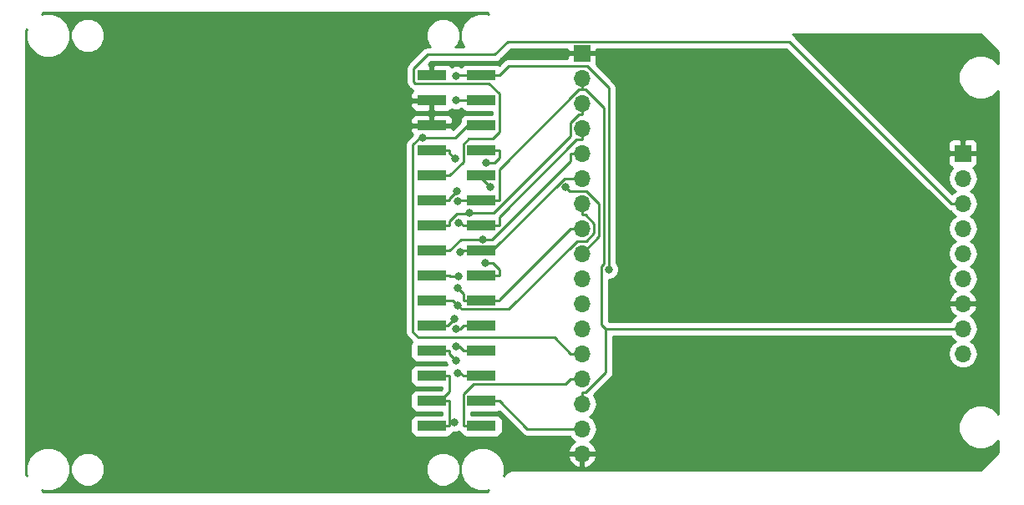
<source format=gbr>
G04 #@! TF.GenerationSoftware,KiCad,Pcbnew,5.0.0-rc3-6a2723a~65~ubuntu17.10.1*
G04 #@! TF.CreationDate,2018-07-07T11:57:14+09:00*
G04 #@! TF.ProjectId,M5StackSideBB,4D35537461636B5369646542422E6B69,rev?*
G04 #@! TF.SameCoordinates,Original*
G04 #@! TF.FileFunction,Copper,L2,Bot,Signal*
G04 #@! TF.FilePolarity,Positive*
%FSLAX46Y46*%
G04 Gerber Fmt 4.6, Leading zero omitted, Abs format (unit mm)*
G04 Created by KiCad (PCBNEW 5.0.0-rc3-6a2723a~65~ubuntu17.10.1) date Sat Jul  7 11:57:14 2018*
%MOMM*%
%LPD*%
G01*
G04 APERTURE LIST*
G04 #@! TA.AperFunction,SMDPad,CuDef*
%ADD10R,3.000000X1.000000*%
G04 #@! TD*
G04 #@! TA.AperFunction,ComponentPad*
%ADD11R,1.700000X1.700000*%
G04 #@! TD*
G04 #@! TA.AperFunction,ComponentPad*
%ADD12O,1.700000X1.700000*%
G04 #@! TD*
G04 #@! TA.AperFunction,ViaPad*
%ADD13C,0.800000*%
G04 #@! TD*
G04 #@! TA.AperFunction,Conductor*
%ADD14C,0.250000*%
G04 #@! TD*
G04 #@! TA.AperFunction,Conductor*
%ADD15C,0.254000*%
G04 #@! TD*
G04 APERTURE END LIST*
D10*
G04 #@! TO.P,J3,1*
G04 #@! TO.N,GND*
X141854000Y-57048400D03*
G04 #@! TO.P,J3,2*
G04 #@! TO.N,G35*
X146894000Y-57048400D03*
G04 #@! TO.P,J3,3*
G04 #@! TO.N,GND*
X141854000Y-59588400D03*
G04 #@! TO.P,J3,4*
G04 #@! TO.N,G36*
X146894000Y-59588400D03*
G04 #@! TO.P,J3,5*
G04 #@! TO.N,GND*
X141854000Y-62128400D03*
G04 #@! TO.P,J3,6*
G04 #@! TO.N,RST*
X146894000Y-62128400D03*
G04 #@! TO.P,J3,7*
G04 #@! TO.N,G23*
X141854000Y-64668400D03*
G04 #@! TO.P,J3,8*
G04 #@! TO.N,G25*
X146894000Y-64668400D03*
G04 #@! TO.P,J3,9*
G04 #@! TO.N,G19*
X141854000Y-67208400D03*
G04 #@! TO.P,J3,10*
G04 #@! TO.N,G26*
X146894000Y-67208400D03*
G04 #@! TO.P,J3,11*
G04 #@! TO.N,G18*
X141854000Y-69748400D03*
G04 #@! TO.P,J3,12*
G04 #@! TO.N,+3V3*
X146894000Y-69748400D03*
G04 #@! TO.P,J3,13*
G04 #@! TO.N,G3*
X141854000Y-72288400D03*
G04 #@! TO.P,J3,14*
G04 #@! TO.N,G1*
X146894000Y-72288400D03*
G04 #@! TO.P,J3,15*
G04 #@! TO.N,G16*
X141854000Y-74828400D03*
G04 #@! TO.P,J3,16*
G04 #@! TO.N,G17*
X146894000Y-74828400D03*
G04 #@! TO.P,J3,17*
G04 #@! TO.N,G21*
X141854000Y-77368400D03*
G04 #@! TO.P,J3,18*
G04 #@! TO.N,G22*
X146894000Y-77368400D03*
G04 #@! TO.P,J3,19*
G04 #@! TO.N,G2*
X141854000Y-79908400D03*
G04 #@! TO.P,J3,20*
G04 #@! TO.N,G5*
X146894000Y-79908400D03*
G04 #@! TO.P,J3,21*
G04 #@! TO.N,G12*
X141854000Y-82448400D03*
G04 #@! TO.P,J3,22*
G04 #@! TO.N,G13*
X146894000Y-82448400D03*
G04 #@! TO.P,J3,23*
G04 #@! TO.N,G15*
X141854000Y-84988400D03*
G04 #@! TO.P,J3,24*
G04 #@! TO.N,G0*
X146894000Y-84988400D03*
G04 #@! TO.P,J3,25*
G04 #@! TO.N,HPWR*
X141854000Y-87528400D03*
G04 #@! TO.P,J3,26*
G04 #@! TO.N,G34*
X146894000Y-87528400D03*
G04 #@! TO.P,J3,27*
G04 #@! TO.N,HPWR*
X141854000Y-90068400D03*
G04 #@! TO.P,J3,28*
G04 #@! TO.N,+5V*
X146894000Y-90068400D03*
G04 #@! TO.P,J3,29*
G04 #@! TO.N,HPWR*
X141854000Y-92608400D03*
G04 #@! TO.P,J3,30*
G04 #@! TO.N,+BATT*
X146894000Y-92608400D03*
G04 #@! TD*
D11*
G04 #@! TO.P,J1,1*
G04 #@! TO.N,GND*
X157120000Y-54800000D03*
D12*
G04 #@! TO.P,J1,2*
G04 #@! TO.N,+3V3*
X157120000Y-57340000D03*
G04 #@! TO.P,J1,3*
G04 #@! TO.N,G3*
X157120000Y-59880000D03*
G04 #@! TO.P,J1,4*
G04 #@! TO.N,G1*
X157120000Y-62420000D03*
G04 #@! TO.P,J1,5*
G04 #@! TO.N,G16*
X157120000Y-64960000D03*
G04 #@! TO.P,J1,6*
G04 #@! TO.N,G17*
X157120000Y-67500000D03*
G04 #@! TO.P,J1,7*
G04 #@! TO.N,G2*
X157120000Y-70040000D03*
G04 #@! TO.P,J1,8*
G04 #@! TO.N,G5*
X157120000Y-72580000D03*
G04 #@! TO.P,J1,9*
G04 #@! TO.N,G25*
X157120000Y-75120000D03*
G04 #@! TO.P,J1,10*
G04 #@! TO.N,G26*
X157120000Y-77660000D03*
G04 #@! TO.P,J1,11*
G04 #@! TO.N,G35*
X157120000Y-80200000D03*
G04 #@! TO.P,J1,12*
G04 #@! TO.N,G36*
X157120000Y-82740000D03*
G04 #@! TO.P,J1,13*
G04 #@! TO.N,RST*
X157120000Y-85280000D03*
G04 #@! TO.P,J1,14*
G04 #@! TO.N,+BATT*
X157120000Y-87820000D03*
G04 #@! TO.P,J1,15*
G04 #@! TO.N,+3V3*
X157120000Y-90360000D03*
G04 #@! TO.P,J1,16*
G04 #@! TO.N,+5V*
X157120000Y-92900000D03*
G04 #@! TO.P,J1,17*
G04 #@! TO.N,GND*
X157120000Y-95440000D03*
G04 #@! TD*
D11*
G04 #@! TO.P,J2,1*
G04 #@! TO.N,GND*
X195720000Y-64960000D03*
D12*
G04 #@! TO.P,J2,2*
G04 #@! TO.N,G18*
X195720000Y-67500000D03*
G04 #@! TO.P,J2,3*
G04 #@! TO.N,G19*
X195720000Y-70040000D03*
G04 #@! TO.P,J2,4*
G04 #@! TO.N,G23*
X195720000Y-72580000D03*
G04 #@! TO.P,J2,5*
G04 #@! TO.N,G22*
X195720000Y-75120000D03*
G04 #@! TO.P,J2,6*
G04 #@! TO.N,G21*
X195720000Y-77660000D03*
G04 #@! TO.P,J2,7*
G04 #@! TO.N,GND*
X195720000Y-80200000D03*
G04 #@! TO.P,J2,8*
G04 #@! TO.N,+3V3*
X195720000Y-82740000D03*
G04 #@! TO.P,J2,9*
G04 #@! TO.N,+5V*
X195720000Y-85280000D03*
G04 #@! TD*
D13*
G04 #@! TO.N,G23*
X144219900Y-65494800D03*
G04 #@! TO.N,G18*
X144453300Y-68828700D03*
G04 #@! TO.N,G3*
X145670300Y-71018400D03*
G04 #@! TO.N,G16*
X147048500Y-73698600D03*
G04 #@! TO.N,G21*
X144571700Y-77465900D03*
G04 #@! TO.N,G2*
X144526700Y-80403100D03*
G04 #@! TO.N,G12*
X144183900Y-81718300D03*
G04 #@! TO.N,G15*
X144372400Y-85978300D03*
G04 #@! TO.N,HPWR*
X144183900Y-92242600D03*
G04 #@! TO.N,G34*
X144536700Y-87243300D03*
G04 #@! TO.N,G0*
X144374000Y-84571000D03*
G04 #@! TO.N,G13*
X144325000Y-82732200D03*
G04 #@! TO.N,G5*
X144510000Y-78636000D03*
G04 #@! TO.N,G22*
X147301600Y-76098400D03*
G04 #@! TO.N,G17*
X144720700Y-74986900D03*
G04 #@! TO.N,G1*
X144564200Y-72012500D03*
G04 #@! TO.N,G26*
X147780900Y-68362300D03*
G04 #@! TO.N,G25*
X147370600Y-65899400D03*
X155468000Y-68388000D03*
G04 #@! TO.N,RST*
X140956900Y-63398400D03*
G04 #@! TO.N,G36*
X144374000Y-59553200D03*
G04 #@! TO.N,G35*
X159811000Y-76730000D03*
X144374000Y-57085400D03*
G04 #@! TO.N,+3V3*
X144536700Y-69845900D03*
G04 #@! TD*
D14*
G04 #@! TO.N,G23*
X141854000Y-64668400D02*
X143679300Y-64668400D01*
X144219900Y-65494800D02*
X143679300Y-64954200D01*
X143679300Y-64954200D02*
X143679300Y-64668400D01*
G04 #@! TO.N,G19*
X141854000Y-67208400D02*
X143679300Y-67208400D01*
X195720000Y-70040000D02*
X194544700Y-70040000D01*
X194544700Y-70040000D02*
X178127500Y-53622800D01*
X178127500Y-53622800D02*
X149571400Y-53622800D01*
X149571400Y-53622800D02*
X148268800Y-54925400D01*
X148268800Y-54925400D02*
X141475200Y-54925400D01*
X141475200Y-54925400D02*
X140028600Y-56372000D01*
X140028600Y-56372000D02*
X140028600Y-57686100D01*
X140028600Y-57686100D02*
X140216300Y-57873800D01*
X140216300Y-57873800D02*
X147657500Y-57873800D01*
X147657500Y-57873800D02*
X148719400Y-58935700D01*
X148719400Y-58935700D02*
X148719400Y-62767500D01*
X148719400Y-62767500D02*
X148026900Y-63460000D01*
X148026900Y-63460000D02*
X145639800Y-63460000D01*
X145639800Y-63460000D02*
X145068600Y-64031200D01*
X145068600Y-64031200D02*
X145068600Y-65819100D01*
X145068600Y-65819100D02*
X143679300Y-67208400D01*
G04 #@! TO.N,G18*
X141854000Y-69748400D02*
X143679300Y-69748400D01*
X144453300Y-68828700D02*
X143679300Y-69602700D01*
X143679300Y-69602700D02*
X143679300Y-69748400D01*
G04 #@! TO.N,G3*
X143679300Y-72288400D02*
X143679300Y-71857900D01*
X143679300Y-71857900D02*
X144456000Y-71081200D01*
X144456000Y-71081200D02*
X145607500Y-71081200D01*
X145607500Y-71081200D02*
X145670300Y-71018400D01*
X157120000Y-59880000D02*
X157120000Y-61055300D01*
X145670300Y-71018400D02*
X148152400Y-71018400D01*
X148152400Y-71018400D02*
X155944700Y-63226100D01*
X155944700Y-63226100D02*
X155944700Y-61863200D01*
X155944700Y-61863200D02*
X156752600Y-61055300D01*
X156752600Y-61055300D02*
X157120000Y-61055300D01*
X141854000Y-72288400D02*
X143679300Y-72288400D01*
G04 #@! TO.N,G16*
X155944700Y-64960000D02*
X155944700Y-65768000D01*
X155944700Y-65768000D02*
X148014100Y-73698600D01*
X148014100Y-73698600D02*
X147048500Y-73698600D01*
X147048500Y-73698600D02*
X144809100Y-73698600D01*
X144809100Y-73698600D02*
X143679300Y-74828400D01*
X141854000Y-74828400D02*
X143679300Y-74828400D01*
X157120000Y-64960000D02*
X155944700Y-64960000D01*
G04 #@! TO.N,G21*
X141854000Y-77368400D02*
X143679300Y-77368400D01*
X144571700Y-77465900D02*
X143776800Y-77465900D01*
X143776800Y-77465900D02*
X143679300Y-77368400D01*
G04 #@! TO.N,G2*
X157120000Y-70040000D02*
X157120000Y-71215300D01*
X157120000Y-71215300D02*
X157487300Y-71215300D01*
X157487300Y-71215300D02*
X158344400Y-72072400D01*
X158344400Y-72072400D02*
X158344400Y-73033700D01*
X158344400Y-73033700D02*
X157528100Y-73850000D01*
X157528100Y-73850000D02*
X156634300Y-73850000D01*
X156634300Y-73850000D02*
X149707600Y-80776700D01*
X149707600Y-80776700D02*
X144900300Y-80776700D01*
X144900300Y-80776700D02*
X144526700Y-80403100D01*
X144526700Y-80403100D02*
X144032000Y-79908400D01*
X144032000Y-79908400D02*
X141854000Y-79908400D01*
G04 #@! TO.N,G12*
X141854000Y-82448400D02*
X143453800Y-82448400D01*
X143453800Y-82448400D02*
X144183900Y-81718300D01*
G04 #@! TO.N,G15*
X141854000Y-84988400D02*
X143679300Y-84988400D01*
X143679300Y-84988400D02*
X143679300Y-85285200D01*
X143679300Y-85285200D02*
X144372400Y-85978300D01*
G04 #@! TO.N,HPWR*
X143679300Y-92242600D02*
X143679300Y-90068400D01*
X143679300Y-92608400D02*
X143679300Y-92242600D01*
X143679300Y-92242600D02*
X144183900Y-92242600D01*
X142766700Y-90068400D02*
X143679300Y-90068400D01*
X141854000Y-92608400D02*
X143679300Y-92608400D01*
X141854000Y-87528400D02*
X143679300Y-87528400D01*
X142766700Y-90068400D02*
X143679300Y-89155800D01*
X143679300Y-89155800D02*
X143679300Y-87528400D01*
X141854000Y-90068400D02*
X142766700Y-90068400D01*
G04 #@! TO.N,+BATT*
X146894000Y-92608400D02*
X145068700Y-92608400D01*
X157120000Y-87820000D02*
X155944700Y-87820000D01*
X155944700Y-87820000D02*
X155410900Y-88353800D01*
X155410900Y-88353800D02*
X146100400Y-88353800D01*
X146100400Y-88353800D02*
X145068700Y-89385500D01*
X145068700Y-89385500D02*
X145068700Y-92608400D01*
G04 #@! TO.N,+5V*
X146894000Y-90068400D02*
X148719300Y-90068400D01*
X157120000Y-92900000D02*
X151550900Y-92900000D01*
X151550900Y-92900000D02*
X148719300Y-90068400D01*
G04 #@! TO.N,G34*
X146894000Y-87528400D02*
X145068700Y-87528400D01*
X145068700Y-87528400D02*
X144783600Y-87243300D01*
X144783600Y-87243300D02*
X144536700Y-87243300D01*
G04 #@! TO.N,G0*
X146894000Y-84988400D02*
X145068700Y-84988400D01*
X145068700Y-84988400D02*
X144651300Y-84571000D01*
X144651300Y-84571000D02*
X144374000Y-84571000D01*
G04 #@! TO.N,G13*
X146894000Y-82448400D02*
X145068700Y-82448400D01*
X145068700Y-82448400D02*
X144784900Y-82732200D01*
X144784900Y-82732200D02*
X144325000Y-82732200D01*
G04 #@! TO.N,G5*
X146894000Y-79908400D02*
X148719300Y-79908400D01*
X157120000Y-72580000D02*
X155944700Y-72580000D01*
X155944700Y-72580000D02*
X148719300Y-79805400D01*
X148719300Y-79805400D02*
X148719300Y-79908400D01*
X146894000Y-79908400D02*
X145068700Y-79908400D01*
X145068700Y-79908400D02*
X145068700Y-79194700D01*
X145068700Y-79194700D02*
X144510000Y-78636000D01*
G04 #@! TO.N,G22*
X146894000Y-77368400D02*
X148719300Y-77368400D01*
X148719300Y-77368400D02*
X148719300Y-76733300D01*
X148719300Y-76733300D02*
X148084400Y-76098400D01*
X148084400Y-76098400D02*
X147301600Y-76098400D01*
G04 #@! TO.N,G17*
X146894000Y-74828400D02*
X144879200Y-74828400D01*
X144879200Y-74828400D02*
X144720700Y-74986900D01*
X147035200Y-74828400D02*
X146894000Y-74828400D01*
X147176300Y-74828400D02*
X148001900Y-74828400D01*
X148001900Y-74828400D02*
X155330300Y-67500000D01*
X155330300Y-67500000D02*
X155944700Y-67500000D01*
X147035200Y-74828400D02*
X147176300Y-74828400D01*
X157120000Y-67500000D02*
X155944700Y-67500000D01*
G04 #@! TO.N,G1*
X157120000Y-62420000D02*
X157120000Y-63595300D01*
X146894000Y-72288400D02*
X148719300Y-72288400D01*
X148719300Y-72288400D02*
X148719300Y-71445600D01*
X148719300Y-71445600D02*
X156569600Y-63595300D01*
X156569600Y-63595300D02*
X157120000Y-63595300D01*
X146532200Y-72288400D02*
X146894000Y-72288400D01*
X146532200Y-72288400D02*
X145068700Y-72288400D01*
X144564200Y-72012500D02*
X144792800Y-72012500D01*
X144792800Y-72012500D02*
X145068700Y-72288400D01*
G04 #@! TO.N,G26*
X147780900Y-68362300D02*
X146894000Y-67475400D01*
X146894000Y-67475400D02*
X146894000Y-67208400D01*
G04 #@! TO.N,G25*
X146894000Y-64668400D02*
X148719300Y-64668400D01*
X147370600Y-65899400D02*
X148210500Y-65899400D01*
X148210500Y-65899400D02*
X148719300Y-65390600D01*
X148719300Y-65390600D02*
X148719300Y-64668400D01*
X155468000Y-68388000D02*
X155850000Y-68770000D01*
X155850000Y-68770000D02*
X157513900Y-68770000D01*
X157513900Y-68770000D02*
X158845100Y-70101200D01*
X158845100Y-70101200D02*
X158845100Y-73394900D01*
X158845100Y-73394900D02*
X157120000Y-75120000D01*
G04 #@! TO.N,RST*
X145487400Y-62128400D02*
X144217400Y-63398400D01*
X144217400Y-63398400D02*
X140956900Y-63398400D01*
X140956900Y-63398400D02*
X140659600Y-63398400D01*
X140659600Y-63398400D02*
X139971000Y-64087000D01*
X139971000Y-64087000D02*
X139971000Y-83085400D01*
X139971000Y-83085400D02*
X140539200Y-83653600D01*
X140539200Y-83653600D02*
X154318300Y-83653600D01*
X154318300Y-83653600D02*
X155944700Y-85280000D01*
X157120000Y-85280000D02*
X155944700Y-85280000D01*
X146894000Y-62128400D02*
X145487400Y-62128400D01*
G04 #@! TO.N,G36*
X146894000Y-59588400D02*
X145068700Y-59588400D01*
X144374000Y-59553200D02*
X145033500Y-59553200D01*
X145033500Y-59553200D02*
X145068700Y-59588400D01*
G04 #@! TO.N,G35*
X146894000Y-57048400D02*
X148719300Y-57048400D01*
X159811000Y-76730000D02*
X159811000Y-58326800D01*
X159811000Y-58326800D02*
X157593700Y-56109500D01*
X157593700Y-56109500D02*
X149658200Y-56109500D01*
X149658200Y-56109500D02*
X148719300Y-57048400D01*
X144374000Y-57085400D02*
X144411000Y-57048400D01*
X144411000Y-57048400D02*
X146894000Y-57048400D01*
G04 #@! TO.N,+3V3*
X146894000Y-69748400D02*
X148719300Y-69748400D01*
X157120000Y-58504800D02*
X156790800Y-58504800D01*
X156790800Y-58504800D02*
X148719300Y-66576300D01*
X148719300Y-66576300D02*
X148719300Y-69748400D01*
X159504500Y-82740000D02*
X159085700Y-82321200D01*
X159085700Y-82321200D02*
X159085700Y-76429600D01*
X159085700Y-76429600D02*
X159347400Y-76167900D01*
X159347400Y-76167900D02*
X159347400Y-60375400D01*
X159347400Y-60375400D02*
X157476800Y-58504800D01*
X157476800Y-58504800D02*
X157120000Y-58504800D01*
X157120000Y-57340000D02*
X157120000Y-58504800D01*
X146894000Y-69748400D02*
X144634200Y-69748400D01*
X144634200Y-69748400D02*
X144536700Y-69845900D01*
X159504500Y-82740000D02*
X195720000Y-82740000D01*
X157120000Y-89184700D02*
X157487300Y-89184700D01*
X157487300Y-89184700D02*
X159504500Y-87167500D01*
X159504500Y-87167500D02*
X159504500Y-82740000D01*
X157120000Y-90360000D02*
X157120000Y-89184700D01*
G04 #@! TD*
D15*
G04 #@! TO.N,GND*
G36*
X147643175Y-50847265D02*
X147444569Y-50765000D01*
X146555431Y-50765000D01*
X145733974Y-51105259D01*
X145105259Y-51733974D01*
X144765000Y-52555431D01*
X144765000Y-53444569D01*
X145063578Y-54165400D01*
X144288261Y-54165400D01*
X144470862Y-53982799D01*
X144735000Y-53345113D01*
X144735000Y-52654887D01*
X144470862Y-52017201D01*
X143982799Y-51529138D01*
X143345113Y-51265000D01*
X142654887Y-51265000D01*
X142017201Y-51529138D01*
X141529138Y-52017201D01*
X141265000Y-52654887D01*
X141265000Y-53345113D01*
X141529138Y-53982799D01*
X141711739Y-54165400D01*
X141550046Y-54165400D01*
X141475199Y-54150512D01*
X141400352Y-54165400D01*
X141400348Y-54165400D01*
X141178663Y-54209496D01*
X141178661Y-54209497D01*
X141178662Y-54209497D01*
X140990726Y-54335071D01*
X140990724Y-54335073D01*
X140927271Y-54377471D01*
X140884873Y-54440924D01*
X139544130Y-55781669D01*
X139480671Y-55824071D01*
X139312696Y-56075464D01*
X139268600Y-56297149D01*
X139268600Y-56297153D01*
X139253712Y-56372000D01*
X139268600Y-56446847D01*
X139268601Y-57611249D01*
X139253712Y-57686100D01*
X139268601Y-57760952D01*
X139312697Y-57982637D01*
X139480672Y-58234029D01*
X139544128Y-58276429D01*
X139625969Y-58358270D01*
X139668371Y-58421729D01*
X139919763Y-58589704D01*
X139948879Y-58595496D01*
X139815673Y-58728701D01*
X139719000Y-58962090D01*
X139719000Y-59302650D01*
X139877750Y-59461400D01*
X141727000Y-59461400D01*
X141727000Y-59441400D01*
X141981000Y-59441400D01*
X141981000Y-59461400D01*
X142001000Y-59461400D01*
X142001000Y-59715400D01*
X141981000Y-59715400D01*
X141981000Y-60564650D01*
X142139750Y-60723400D01*
X143480309Y-60723400D01*
X143713698Y-60626727D01*
X143874040Y-60466386D01*
X144168126Y-60588200D01*
X144579874Y-60588200D01*
X144880926Y-60463500D01*
X144936191Y-60546209D01*
X145146235Y-60686557D01*
X145394000Y-60735840D01*
X147959400Y-60735840D01*
X147959401Y-60980960D01*
X145394000Y-60980960D01*
X145146235Y-61030243D01*
X144936191Y-61170591D01*
X144795843Y-61380635D01*
X144746560Y-61628400D01*
X144746560Y-61794438D01*
X143989000Y-62551999D01*
X143989000Y-62414150D01*
X143830250Y-62255400D01*
X141981000Y-62255400D01*
X141981000Y-62275400D01*
X141727000Y-62275400D01*
X141727000Y-62255400D01*
X139877750Y-62255400D01*
X139719000Y-62414150D01*
X139719000Y-62754710D01*
X139815673Y-62988099D01*
X139905386Y-63077812D01*
X139486529Y-63496670D01*
X139423071Y-63539071D01*
X139255096Y-63790464D01*
X139211000Y-64012149D01*
X139211000Y-64012153D01*
X139196112Y-64087000D01*
X139211000Y-64161847D01*
X139211001Y-83010548D01*
X139196112Y-83085400D01*
X139255097Y-83381937D01*
X139365093Y-83546557D01*
X139423072Y-83633329D01*
X139486528Y-83675729D01*
X139874240Y-84063442D01*
X139755843Y-84240635D01*
X139706560Y-84488400D01*
X139706560Y-85488400D01*
X139755843Y-85736165D01*
X139896191Y-85946209D01*
X140106235Y-86086557D01*
X140354000Y-86135840D01*
X143337400Y-86135840D01*
X143337400Y-86184174D01*
X143424740Y-86395031D01*
X143354000Y-86380960D01*
X140354000Y-86380960D01*
X140106235Y-86430243D01*
X139896191Y-86570591D01*
X139755843Y-86780635D01*
X139706560Y-87028400D01*
X139706560Y-88028400D01*
X139755843Y-88276165D01*
X139896191Y-88486209D01*
X140106235Y-88626557D01*
X140354000Y-88675840D01*
X142919300Y-88675840D01*
X142919300Y-88840997D01*
X142839338Y-88920960D01*
X140354000Y-88920960D01*
X140106235Y-88970243D01*
X139896191Y-89110591D01*
X139755843Y-89320635D01*
X139706560Y-89568400D01*
X139706560Y-90568400D01*
X139755843Y-90816165D01*
X139896191Y-91026209D01*
X140106235Y-91166557D01*
X140354000Y-91215840D01*
X142919300Y-91215840D01*
X142919300Y-91460960D01*
X140354000Y-91460960D01*
X140106235Y-91510243D01*
X139896191Y-91650591D01*
X139755843Y-91860635D01*
X139706560Y-92108400D01*
X139706560Y-93108400D01*
X139755843Y-93356165D01*
X139896191Y-93566209D01*
X140106235Y-93706557D01*
X140354000Y-93755840D01*
X143354000Y-93755840D01*
X143601765Y-93706557D01*
X143811809Y-93566209D01*
X143952157Y-93356165D01*
X143957780Y-93327896D01*
X143975837Y-93324304D01*
X144045734Y-93277600D01*
X144389774Y-93277600D01*
X144582681Y-93197696D01*
X144772163Y-93324304D01*
X144790220Y-93327896D01*
X144795843Y-93356165D01*
X144936191Y-93566209D01*
X145146235Y-93706557D01*
X145394000Y-93755840D01*
X148394000Y-93755840D01*
X148641765Y-93706557D01*
X148851809Y-93566209D01*
X148992157Y-93356165D01*
X149041440Y-93108400D01*
X149041440Y-92108400D01*
X148992157Y-91860635D01*
X148851809Y-91650591D01*
X148641765Y-91510243D01*
X148394000Y-91460960D01*
X145828700Y-91460960D01*
X145828700Y-91215840D01*
X148394000Y-91215840D01*
X148641765Y-91166557D01*
X148702244Y-91126146D01*
X150960571Y-93384473D01*
X151002971Y-93447929D01*
X151254363Y-93615904D01*
X151476048Y-93660000D01*
X151476052Y-93660000D01*
X151550899Y-93674888D01*
X151625746Y-93660000D01*
X155841822Y-93660000D01*
X156049375Y-93970625D01*
X156368478Y-94183843D01*
X156238642Y-94244817D01*
X155848355Y-94673076D01*
X155678524Y-95083110D01*
X155799845Y-95313000D01*
X156993000Y-95313000D01*
X156993000Y-95293000D01*
X157247000Y-95293000D01*
X157247000Y-95313000D01*
X158440155Y-95313000D01*
X158561476Y-95083110D01*
X158391645Y-94673076D01*
X158001358Y-94244817D01*
X157871522Y-94183843D01*
X158190625Y-93970625D01*
X158518839Y-93479418D01*
X158634092Y-92900000D01*
X158518839Y-92320582D01*
X158190625Y-91829375D01*
X157892239Y-91630000D01*
X158190625Y-91430625D01*
X158518839Y-90939418D01*
X158634092Y-90360000D01*
X158518839Y-89780582D01*
X158297491Y-89449311D01*
X159988973Y-87757829D01*
X160052429Y-87715429D01*
X160220404Y-87464037D01*
X160264500Y-87242352D01*
X160264500Y-87242348D01*
X160279388Y-87167500D01*
X160264500Y-87092652D01*
X160264500Y-83500000D01*
X194441822Y-83500000D01*
X194649375Y-83810625D01*
X194947761Y-84010000D01*
X194649375Y-84209375D01*
X194321161Y-84700582D01*
X194205908Y-85280000D01*
X194321161Y-85859418D01*
X194649375Y-86350625D01*
X195140582Y-86678839D01*
X195573744Y-86765000D01*
X195866256Y-86765000D01*
X196299418Y-86678839D01*
X196790625Y-86350625D01*
X197118839Y-85859418D01*
X197234092Y-85280000D01*
X197118839Y-84700582D01*
X196790625Y-84209375D01*
X196492239Y-84010000D01*
X196790625Y-83810625D01*
X197118839Y-83319418D01*
X197234092Y-82740000D01*
X197118839Y-82160582D01*
X196790625Y-81669375D01*
X196471522Y-81456157D01*
X196601358Y-81395183D01*
X196991645Y-80966924D01*
X197161476Y-80556890D01*
X197040155Y-80327000D01*
X195847000Y-80327000D01*
X195847000Y-80347000D01*
X195593000Y-80347000D01*
X195593000Y-80327000D01*
X194399845Y-80327000D01*
X194278524Y-80556890D01*
X194448355Y-80966924D01*
X194838642Y-81395183D01*
X194968478Y-81456157D01*
X194649375Y-81669375D01*
X194441822Y-81980000D01*
X159845700Y-81980000D01*
X159845700Y-77765000D01*
X160016874Y-77765000D01*
X160397280Y-77607431D01*
X160688431Y-77316280D01*
X160846000Y-76935874D01*
X160846000Y-76524126D01*
X160688431Y-76143720D01*
X160571000Y-76026289D01*
X160571000Y-58401648D01*
X160585888Y-58326800D01*
X160571000Y-58251952D01*
X160571000Y-58251948D01*
X160526904Y-58030263D01*
X160526904Y-58030262D01*
X160401329Y-57842327D01*
X160358929Y-57778871D01*
X160295473Y-57736471D01*
X158526010Y-55967009D01*
X158605000Y-55776310D01*
X158605000Y-55085750D01*
X158446250Y-54927000D01*
X157247000Y-54927000D01*
X157247000Y-54947000D01*
X156993000Y-54947000D01*
X156993000Y-54927000D01*
X155793750Y-54927000D01*
X155635000Y-55085750D01*
X155635000Y-55349500D01*
X149733046Y-55349500D01*
X149658199Y-55334612D01*
X149583352Y-55349500D01*
X149583348Y-55349500D01*
X149361663Y-55393596D01*
X149110271Y-55561571D01*
X149067871Y-55625027D01*
X148702244Y-55990654D01*
X148641765Y-55950243D01*
X148394000Y-55900960D01*
X145394000Y-55900960D01*
X145146235Y-55950243D01*
X144936191Y-56090591D01*
X144879984Y-56174710D01*
X144579874Y-56050400D01*
X144168126Y-56050400D01*
X143875313Y-56171687D01*
X143713698Y-56010073D01*
X143480309Y-55913400D01*
X142139750Y-55913400D01*
X141981000Y-56072150D01*
X141981000Y-56921400D01*
X142001000Y-56921400D01*
X142001000Y-57113800D01*
X141707000Y-57113800D01*
X141707000Y-56921400D01*
X141727000Y-56921400D01*
X141727000Y-56072150D01*
X141568250Y-55913400D01*
X141562002Y-55913400D01*
X141790003Y-55685400D01*
X148193953Y-55685400D01*
X148268800Y-55700288D01*
X148343647Y-55685400D01*
X148343652Y-55685400D01*
X148565337Y-55641304D01*
X148816729Y-55473329D01*
X148859131Y-55409870D01*
X149886202Y-54382800D01*
X155635000Y-54382800D01*
X155635000Y-54514250D01*
X155793750Y-54673000D01*
X156993000Y-54673000D01*
X156993000Y-54653000D01*
X157247000Y-54653000D01*
X157247000Y-54673000D01*
X158446250Y-54673000D01*
X158605000Y-54514250D01*
X158605000Y-54382800D01*
X177812699Y-54382800D01*
X193954371Y-70524473D01*
X193996771Y-70587929D01*
X194248163Y-70755904D01*
X194437526Y-70793571D01*
X194649375Y-71110625D01*
X194947761Y-71310000D01*
X194649375Y-71509375D01*
X194321161Y-72000582D01*
X194205908Y-72580000D01*
X194321161Y-73159418D01*
X194649375Y-73650625D01*
X194947761Y-73850000D01*
X194649375Y-74049375D01*
X194321161Y-74540582D01*
X194205908Y-75120000D01*
X194321161Y-75699418D01*
X194649375Y-76190625D01*
X194947761Y-76390000D01*
X194649375Y-76589375D01*
X194321161Y-77080582D01*
X194205908Y-77660000D01*
X194321161Y-78239418D01*
X194649375Y-78730625D01*
X194968478Y-78943843D01*
X194838642Y-79004817D01*
X194448355Y-79433076D01*
X194278524Y-79843110D01*
X194399845Y-80073000D01*
X195593000Y-80073000D01*
X195593000Y-80053000D01*
X195847000Y-80053000D01*
X195847000Y-80073000D01*
X197040155Y-80073000D01*
X197161476Y-79843110D01*
X196991645Y-79433076D01*
X196601358Y-79004817D01*
X196471522Y-78943843D01*
X196790625Y-78730625D01*
X197118839Y-78239418D01*
X197234092Y-77660000D01*
X197118839Y-77080582D01*
X196790625Y-76589375D01*
X196492239Y-76390000D01*
X196790625Y-76190625D01*
X197118839Y-75699418D01*
X197234092Y-75120000D01*
X197118839Y-74540582D01*
X196790625Y-74049375D01*
X196492239Y-73850000D01*
X196790625Y-73650625D01*
X197118839Y-73159418D01*
X197234092Y-72580000D01*
X197118839Y-72000582D01*
X196790625Y-71509375D01*
X196492239Y-71310000D01*
X196790625Y-71110625D01*
X197118839Y-70619418D01*
X197234092Y-70040000D01*
X197118839Y-69460582D01*
X196790625Y-68969375D01*
X196492239Y-68770000D01*
X196790625Y-68570625D01*
X197118839Y-68079418D01*
X197234092Y-67500000D01*
X197118839Y-66920582D01*
X196790625Y-66429375D01*
X196768967Y-66414904D01*
X196929698Y-66348327D01*
X197108327Y-66169699D01*
X197205000Y-65936310D01*
X197205000Y-65245750D01*
X197046250Y-65087000D01*
X195847000Y-65087000D01*
X195847000Y-65107000D01*
X195593000Y-65107000D01*
X195593000Y-65087000D01*
X194393750Y-65087000D01*
X194235000Y-65245750D01*
X194235000Y-65936310D01*
X194331673Y-66169699D01*
X194510302Y-66348327D01*
X194671033Y-66414904D01*
X194649375Y-66429375D01*
X194321161Y-66920582D01*
X194205908Y-67500000D01*
X194321161Y-68079418D01*
X194649375Y-68570625D01*
X194947761Y-68770000D01*
X194649375Y-68969375D01*
X194609121Y-69029619D01*
X189563192Y-63983690D01*
X194235000Y-63983690D01*
X194235000Y-64674250D01*
X194393750Y-64833000D01*
X195593000Y-64833000D01*
X195593000Y-63633750D01*
X195847000Y-63633750D01*
X195847000Y-64833000D01*
X197046250Y-64833000D01*
X197205000Y-64674250D01*
X197205000Y-63983690D01*
X197108327Y-63750301D01*
X196929698Y-63571673D01*
X196696309Y-63475000D01*
X196005750Y-63475000D01*
X195847000Y-63633750D01*
X195593000Y-63633750D01*
X195434250Y-63475000D01*
X194743691Y-63475000D01*
X194510302Y-63571673D01*
X194331673Y-63750301D01*
X194235000Y-63983690D01*
X189563192Y-63983690D01*
X178717831Y-53138330D01*
X178675429Y-53074871D01*
X178428682Y-52910000D01*
X197505910Y-52910000D01*
X199290000Y-54694092D01*
X199290000Y-55879233D01*
X198766026Y-55355259D01*
X197944569Y-55015000D01*
X197055431Y-55015000D01*
X196233974Y-55355259D01*
X195605259Y-55983974D01*
X195265000Y-56805431D01*
X195265000Y-57694569D01*
X195605259Y-58516026D01*
X196233974Y-59144741D01*
X197055431Y-59485000D01*
X197944569Y-59485000D01*
X198766026Y-59144741D01*
X199290000Y-58620767D01*
X199290001Y-91379234D01*
X198766026Y-90855259D01*
X197944569Y-90515000D01*
X197055431Y-90515000D01*
X196233974Y-90855259D01*
X195605259Y-91483974D01*
X195265000Y-92305431D01*
X195265000Y-93194569D01*
X195605259Y-94016026D01*
X196233974Y-94644741D01*
X197055431Y-94985000D01*
X197944569Y-94985000D01*
X198766026Y-94644741D01*
X199290001Y-94120766D01*
X199290001Y-95305907D01*
X197505910Y-97090000D01*
X150069926Y-97090000D01*
X150000000Y-97076091D01*
X149722971Y-97131195D01*
X149547399Y-97248509D01*
X149488119Y-97288119D01*
X149448510Y-97347398D01*
X149152736Y-97643173D01*
X149235000Y-97444569D01*
X149235000Y-96555431D01*
X148920802Y-95796890D01*
X155678524Y-95796890D01*
X155848355Y-96206924D01*
X156238642Y-96635183D01*
X156763108Y-96881486D01*
X156993000Y-96760819D01*
X156993000Y-95567000D01*
X157247000Y-95567000D01*
X157247000Y-96760819D01*
X157476892Y-96881486D01*
X158001358Y-96635183D01*
X158391645Y-96206924D01*
X158561476Y-95796890D01*
X158440155Y-95567000D01*
X157247000Y-95567000D01*
X156993000Y-95567000D01*
X155799845Y-95567000D01*
X155678524Y-95796890D01*
X148920802Y-95796890D01*
X148894741Y-95733974D01*
X148266026Y-95105259D01*
X147444569Y-94765000D01*
X146555431Y-94765000D01*
X145733974Y-95105259D01*
X145105259Y-95733974D01*
X144765000Y-96555431D01*
X144765000Y-97444569D01*
X145105259Y-98266026D01*
X145733974Y-98894741D01*
X146555431Y-99235000D01*
X147444569Y-99235000D01*
X147643175Y-99152735D01*
X147505910Y-99290000D01*
X102494092Y-99290000D01*
X102356827Y-99152736D01*
X102555431Y-99235000D01*
X103444569Y-99235000D01*
X104266026Y-98894741D01*
X104894741Y-98266026D01*
X105235000Y-97444569D01*
X105235000Y-96654887D01*
X105265000Y-96654887D01*
X105265000Y-97345113D01*
X105529138Y-97982799D01*
X106017201Y-98470862D01*
X106654887Y-98735000D01*
X107345113Y-98735000D01*
X107982799Y-98470862D01*
X108470862Y-97982799D01*
X108735000Y-97345113D01*
X108735000Y-96654887D01*
X141265000Y-96654887D01*
X141265000Y-97345113D01*
X141529138Y-97982799D01*
X142017201Y-98470862D01*
X142654887Y-98735000D01*
X143345113Y-98735000D01*
X143982799Y-98470862D01*
X144470862Y-97982799D01*
X144735000Y-97345113D01*
X144735000Y-96654887D01*
X144470862Y-96017201D01*
X143982799Y-95529138D01*
X143345113Y-95265000D01*
X142654887Y-95265000D01*
X142017201Y-95529138D01*
X141529138Y-96017201D01*
X141265000Y-96654887D01*
X108735000Y-96654887D01*
X108470862Y-96017201D01*
X107982799Y-95529138D01*
X107345113Y-95265000D01*
X106654887Y-95265000D01*
X106017201Y-95529138D01*
X105529138Y-96017201D01*
X105265000Y-96654887D01*
X105235000Y-96654887D01*
X105235000Y-96555431D01*
X104894741Y-95733974D01*
X104266026Y-95105259D01*
X103444569Y-94765000D01*
X102555431Y-94765000D01*
X101733974Y-95105259D01*
X101105259Y-95733974D01*
X100765000Y-96555431D01*
X100765000Y-97444569D01*
X100847265Y-97643175D01*
X100710000Y-97505910D01*
X100710000Y-61502090D01*
X139719000Y-61502090D01*
X139719000Y-61842650D01*
X139877750Y-62001400D01*
X141727000Y-62001400D01*
X141727000Y-61152150D01*
X141981000Y-61152150D01*
X141981000Y-62001400D01*
X143830250Y-62001400D01*
X143989000Y-61842650D01*
X143989000Y-61502090D01*
X143892327Y-61268701D01*
X143713698Y-61090073D01*
X143480309Y-60993400D01*
X142139750Y-60993400D01*
X141981000Y-61152150D01*
X141727000Y-61152150D01*
X141568250Y-60993400D01*
X140227691Y-60993400D01*
X139994302Y-61090073D01*
X139815673Y-61268701D01*
X139719000Y-61502090D01*
X100710000Y-61502090D01*
X100710000Y-59874150D01*
X139719000Y-59874150D01*
X139719000Y-60214710D01*
X139815673Y-60448099D01*
X139994302Y-60626727D01*
X140227691Y-60723400D01*
X141568250Y-60723400D01*
X141727000Y-60564650D01*
X141727000Y-59715400D01*
X139877750Y-59715400D01*
X139719000Y-59874150D01*
X100710000Y-59874150D01*
X100710000Y-52494090D01*
X100847265Y-52356825D01*
X100765000Y-52555431D01*
X100765000Y-53444569D01*
X101105259Y-54266026D01*
X101733974Y-54894741D01*
X102555431Y-55235000D01*
X103444569Y-55235000D01*
X104266026Y-54894741D01*
X104894741Y-54266026D01*
X105235000Y-53444569D01*
X105235000Y-52654887D01*
X105265000Y-52654887D01*
X105265000Y-53345113D01*
X105529138Y-53982799D01*
X106017201Y-54470862D01*
X106654887Y-54735000D01*
X107345113Y-54735000D01*
X107982799Y-54470862D01*
X108470862Y-53982799D01*
X108735000Y-53345113D01*
X108735000Y-52654887D01*
X108470862Y-52017201D01*
X107982799Y-51529138D01*
X107345113Y-51265000D01*
X106654887Y-51265000D01*
X106017201Y-51529138D01*
X105529138Y-52017201D01*
X105265000Y-52654887D01*
X105235000Y-52654887D01*
X105235000Y-52555431D01*
X104894741Y-51733974D01*
X104266026Y-51105259D01*
X103444569Y-50765000D01*
X102555431Y-50765000D01*
X102356827Y-50847264D01*
X102494092Y-50710000D01*
X147505910Y-50710000D01*
X147643175Y-50847265D01*
X147643175Y-50847265D01*
G37*
X147643175Y-50847265D02*
X147444569Y-50765000D01*
X146555431Y-50765000D01*
X145733974Y-51105259D01*
X145105259Y-51733974D01*
X144765000Y-52555431D01*
X144765000Y-53444569D01*
X145063578Y-54165400D01*
X144288261Y-54165400D01*
X144470862Y-53982799D01*
X144735000Y-53345113D01*
X144735000Y-52654887D01*
X144470862Y-52017201D01*
X143982799Y-51529138D01*
X143345113Y-51265000D01*
X142654887Y-51265000D01*
X142017201Y-51529138D01*
X141529138Y-52017201D01*
X141265000Y-52654887D01*
X141265000Y-53345113D01*
X141529138Y-53982799D01*
X141711739Y-54165400D01*
X141550046Y-54165400D01*
X141475199Y-54150512D01*
X141400352Y-54165400D01*
X141400348Y-54165400D01*
X141178663Y-54209496D01*
X141178661Y-54209497D01*
X141178662Y-54209497D01*
X140990726Y-54335071D01*
X140990724Y-54335073D01*
X140927271Y-54377471D01*
X140884873Y-54440924D01*
X139544130Y-55781669D01*
X139480671Y-55824071D01*
X139312696Y-56075464D01*
X139268600Y-56297149D01*
X139268600Y-56297153D01*
X139253712Y-56372000D01*
X139268600Y-56446847D01*
X139268601Y-57611249D01*
X139253712Y-57686100D01*
X139268601Y-57760952D01*
X139312697Y-57982637D01*
X139480672Y-58234029D01*
X139544128Y-58276429D01*
X139625969Y-58358270D01*
X139668371Y-58421729D01*
X139919763Y-58589704D01*
X139948879Y-58595496D01*
X139815673Y-58728701D01*
X139719000Y-58962090D01*
X139719000Y-59302650D01*
X139877750Y-59461400D01*
X141727000Y-59461400D01*
X141727000Y-59441400D01*
X141981000Y-59441400D01*
X141981000Y-59461400D01*
X142001000Y-59461400D01*
X142001000Y-59715400D01*
X141981000Y-59715400D01*
X141981000Y-60564650D01*
X142139750Y-60723400D01*
X143480309Y-60723400D01*
X143713698Y-60626727D01*
X143874040Y-60466386D01*
X144168126Y-60588200D01*
X144579874Y-60588200D01*
X144880926Y-60463500D01*
X144936191Y-60546209D01*
X145146235Y-60686557D01*
X145394000Y-60735840D01*
X147959400Y-60735840D01*
X147959401Y-60980960D01*
X145394000Y-60980960D01*
X145146235Y-61030243D01*
X144936191Y-61170591D01*
X144795843Y-61380635D01*
X144746560Y-61628400D01*
X144746560Y-61794438D01*
X143989000Y-62551999D01*
X143989000Y-62414150D01*
X143830250Y-62255400D01*
X141981000Y-62255400D01*
X141981000Y-62275400D01*
X141727000Y-62275400D01*
X141727000Y-62255400D01*
X139877750Y-62255400D01*
X139719000Y-62414150D01*
X139719000Y-62754710D01*
X139815673Y-62988099D01*
X139905386Y-63077812D01*
X139486529Y-63496670D01*
X139423071Y-63539071D01*
X139255096Y-63790464D01*
X139211000Y-64012149D01*
X139211000Y-64012153D01*
X139196112Y-64087000D01*
X139211000Y-64161847D01*
X139211001Y-83010548D01*
X139196112Y-83085400D01*
X139255097Y-83381937D01*
X139365093Y-83546557D01*
X139423072Y-83633329D01*
X139486528Y-83675729D01*
X139874240Y-84063442D01*
X139755843Y-84240635D01*
X139706560Y-84488400D01*
X139706560Y-85488400D01*
X139755843Y-85736165D01*
X139896191Y-85946209D01*
X140106235Y-86086557D01*
X140354000Y-86135840D01*
X143337400Y-86135840D01*
X143337400Y-86184174D01*
X143424740Y-86395031D01*
X143354000Y-86380960D01*
X140354000Y-86380960D01*
X140106235Y-86430243D01*
X139896191Y-86570591D01*
X139755843Y-86780635D01*
X139706560Y-87028400D01*
X139706560Y-88028400D01*
X139755843Y-88276165D01*
X139896191Y-88486209D01*
X140106235Y-88626557D01*
X140354000Y-88675840D01*
X142919300Y-88675840D01*
X142919300Y-88840997D01*
X142839338Y-88920960D01*
X140354000Y-88920960D01*
X140106235Y-88970243D01*
X139896191Y-89110591D01*
X139755843Y-89320635D01*
X139706560Y-89568400D01*
X139706560Y-90568400D01*
X139755843Y-90816165D01*
X139896191Y-91026209D01*
X140106235Y-91166557D01*
X140354000Y-91215840D01*
X142919300Y-91215840D01*
X142919300Y-91460960D01*
X140354000Y-91460960D01*
X140106235Y-91510243D01*
X139896191Y-91650591D01*
X139755843Y-91860635D01*
X139706560Y-92108400D01*
X139706560Y-93108400D01*
X139755843Y-93356165D01*
X139896191Y-93566209D01*
X140106235Y-93706557D01*
X140354000Y-93755840D01*
X143354000Y-93755840D01*
X143601765Y-93706557D01*
X143811809Y-93566209D01*
X143952157Y-93356165D01*
X143957780Y-93327896D01*
X143975837Y-93324304D01*
X144045734Y-93277600D01*
X144389774Y-93277600D01*
X144582681Y-93197696D01*
X144772163Y-93324304D01*
X144790220Y-93327896D01*
X144795843Y-93356165D01*
X144936191Y-93566209D01*
X145146235Y-93706557D01*
X145394000Y-93755840D01*
X148394000Y-93755840D01*
X148641765Y-93706557D01*
X148851809Y-93566209D01*
X148992157Y-93356165D01*
X149041440Y-93108400D01*
X149041440Y-92108400D01*
X148992157Y-91860635D01*
X148851809Y-91650591D01*
X148641765Y-91510243D01*
X148394000Y-91460960D01*
X145828700Y-91460960D01*
X145828700Y-91215840D01*
X148394000Y-91215840D01*
X148641765Y-91166557D01*
X148702244Y-91126146D01*
X150960571Y-93384473D01*
X151002971Y-93447929D01*
X151254363Y-93615904D01*
X151476048Y-93660000D01*
X151476052Y-93660000D01*
X151550899Y-93674888D01*
X151625746Y-93660000D01*
X155841822Y-93660000D01*
X156049375Y-93970625D01*
X156368478Y-94183843D01*
X156238642Y-94244817D01*
X155848355Y-94673076D01*
X155678524Y-95083110D01*
X155799845Y-95313000D01*
X156993000Y-95313000D01*
X156993000Y-95293000D01*
X157247000Y-95293000D01*
X157247000Y-95313000D01*
X158440155Y-95313000D01*
X158561476Y-95083110D01*
X158391645Y-94673076D01*
X158001358Y-94244817D01*
X157871522Y-94183843D01*
X158190625Y-93970625D01*
X158518839Y-93479418D01*
X158634092Y-92900000D01*
X158518839Y-92320582D01*
X158190625Y-91829375D01*
X157892239Y-91630000D01*
X158190625Y-91430625D01*
X158518839Y-90939418D01*
X158634092Y-90360000D01*
X158518839Y-89780582D01*
X158297491Y-89449311D01*
X159988973Y-87757829D01*
X160052429Y-87715429D01*
X160220404Y-87464037D01*
X160264500Y-87242352D01*
X160264500Y-87242348D01*
X160279388Y-87167500D01*
X160264500Y-87092652D01*
X160264500Y-83500000D01*
X194441822Y-83500000D01*
X194649375Y-83810625D01*
X194947761Y-84010000D01*
X194649375Y-84209375D01*
X194321161Y-84700582D01*
X194205908Y-85280000D01*
X194321161Y-85859418D01*
X194649375Y-86350625D01*
X195140582Y-86678839D01*
X195573744Y-86765000D01*
X195866256Y-86765000D01*
X196299418Y-86678839D01*
X196790625Y-86350625D01*
X197118839Y-85859418D01*
X197234092Y-85280000D01*
X197118839Y-84700582D01*
X196790625Y-84209375D01*
X196492239Y-84010000D01*
X196790625Y-83810625D01*
X197118839Y-83319418D01*
X197234092Y-82740000D01*
X197118839Y-82160582D01*
X196790625Y-81669375D01*
X196471522Y-81456157D01*
X196601358Y-81395183D01*
X196991645Y-80966924D01*
X197161476Y-80556890D01*
X197040155Y-80327000D01*
X195847000Y-80327000D01*
X195847000Y-80347000D01*
X195593000Y-80347000D01*
X195593000Y-80327000D01*
X194399845Y-80327000D01*
X194278524Y-80556890D01*
X194448355Y-80966924D01*
X194838642Y-81395183D01*
X194968478Y-81456157D01*
X194649375Y-81669375D01*
X194441822Y-81980000D01*
X159845700Y-81980000D01*
X159845700Y-77765000D01*
X160016874Y-77765000D01*
X160397280Y-77607431D01*
X160688431Y-77316280D01*
X160846000Y-76935874D01*
X160846000Y-76524126D01*
X160688431Y-76143720D01*
X160571000Y-76026289D01*
X160571000Y-58401648D01*
X160585888Y-58326800D01*
X160571000Y-58251952D01*
X160571000Y-58251948D01*
X160526904Y-58030263D01*
X160526904Y-58030262D01*
X160401329Y-57842327D01*
X160358929Y-57778871D01*
X160295473Y-57736471D01*
X158526010Y-55967009D01*
X158605000Y-55776310D01*
X158605000Y-55085750D01*
X158446250Y-54927000D01*
X157247000Y-54927000D01*
X157247000Y-54947000D01*
X156993000Y-54947000D01*
X156993000Y-54927000D01*
X155793750Y-54927000D01*
X155635000Y-55085750D01*
X155635000Y-55349500D01*
X149733046Y-55349500D01*
X149658199Y-55334612D01*
X149583352Y-55349500D01*
X149583348Y-55349500D01*
X149361663Y-55393596D01*
X149110271Y-55561571D01*
X149067871Y-55625027D01*
X148702244Y-55990654D01*
X148641765Y-55950243D01*
X148394000Y-55900960D01*
X145394000Y-55900960D01*
X145146235Y-55950243D01*
X144936191Y-56090591D01*
X144879984Y-56174710D01*
X144579874Y-56050400D01*
X144168126Y-56050400D01*
X143875313Y-56171687D01*
X143713698Y-56010073D01*
X143480309Y-55913400D01*
X142139750Y-55913400D01*
X141981000Y-56072150D01*
X141981000Y-56921400D01*
X142001000Y-56921400D01*
X142001000Y-57113800D01*
X141707000Y-57113800D01*
X141707000Y-56921400D01*
X141727000Y-56921400D01*
X141727000Y-56072150D01*
X141568250Y-55913400D01*
X141562002Y-55913400D01*
X141790003Y-55685400D01*
X148193953Y-55685400D01*
X148268800Y-55700288D01*
X148343647Y-55685400D01*
X148343652Y-55685400D01*
X148565337Y-55641304D01*
X148816729Y-55473329D01*
X148859131Y-55409870D01*
X149886202Y-54382800D01*
X155635000Y-54382800D01*
X155635000Y-54514250D01*
X155793750Y-54673000D01*
X156993000Y-54673000D01*
X156993000Y-54653000D01*
X157247000Y-54653000D01*
X157247000Y-54673000D01*
X158446250Y-54673000D01*
X158605000Y-54514250D01*
X158605000Y-54382800D01*
X177812699Y-54382800D01*
X193954371Y-70524473D01*
X193996771Y-70587929D01*
X194248163Y-70755904D01*
X194437526Y-70793571D01*
X194649375Y-71110625D01*
X194947761Y-71310000D01*
X194649375Y-71509375D01*
X194321161Y-72000582D01*
X194205908Y-72580000D01*
X194321161Y-73159418D01*
X194649375Y-73650625D01*
X194947761Y-73850000D01*
X194649375Y-74049375D01*
X194321161Y-74540582D01*
X194205908Y-75120000D01*
X194321161Y-75699418D01*
X194649375Y-76190625D01*
X194947761Y-76390000D01*
X194649375Y-76589375D01*
X194321161Y-77080582D01*
X194205908Y-77660000D01*
X194321161Y-78239418D01*
X194649375Y-78730625D01*
X194968478Y-78943843D01*
X194838642Y-79004817D01*
X194448355Y-79433076D01*
X194278524Y-79843110D01*
X194399845Y-80073000D01*
X195593000Y-80073000D01*
X195593000Y-80053000D01*
X195847000Y-80053000D01*
X195847000Y-80073000D01*
X197040155Y-80073000D01*
X197161476Y-79843110D01*
X196991645Y-79433076D01*
X196601358Y-79004817D01*
X196471522Y-78943843D01*
X196790625Y-78730625D01*
X197118839Y-78239418D01*
X197234092Y-77660000D01*
X197118839Y-77080582D01*
X196790625Y-76589375D01*
X196492239Y-76390000D01*
X196790625Y-76190625D01*
X197118839Y-75699418D01*
X197234092Y-75120000D01*
X197118839Y-74540582D01*
X196790625Y-74049375D01*
X196492239Y-73850000D01*
X196790625Y-73650625D01*
X197118839Y-73159418D01*
X197234092Y-72580000D01*
X197118839Y-72000582D01*
X196790625Y-71509375D01*
X196492239Y-71310000D01*
X196790625Y-71110625D01*
X197118839Y-70619418D01*
X197234092Y-70040000D01*
X197118839Y-69460582D01*
X196790625Y-68969375D01*
X196492239Y-68770000D01*
X196790625Y-68570625D01*
X197118839Y-68079418D01*
X197234092Y-67500000D01*
X197118839Y-66920582D01*
X196790625Y-66429375D01*
X196768967Y-66414904D01*
X196929698Y-66348327D01*
X197108327Y-66169699D01*
X197205000Y-65936310D01*
X197205000Y-65245750D01*
X197046250Y-65087000D01*
X195847000Y-65087000D01*
X195847000Y-65107000D01*
X195593000Y-65107000D01*
X195593000Y-65087000D01*
X194393750Y-65087000D01*
X194235000Y-65245750D01*
X194235000Y-65936310D01*
X194331673Y-66169699D01*
X194510302Y-66348327D01*
X194671033Y-66414904D01*
X194649375Y-66429375D01*
X194321161Y-66920582D01*
X194205908Y-67500000D01*
X194321161Y-68079418D01*
X194649375Y-68570625D01*
X194947761Y-68770000D01*
X194649375Y-68969375D01*
X194609121Y-69029619D01*
X189563192Y-63983690D01*
X194235000Y-63983690D01*
X194235000Y-64674250D01*
X194393750Y-64833000D01*
X195593000Y-64833000D01*
X195593000Y-63633750D01*
X195847000Y-63633750D01*
X195847000Y-64833000D01*
X197046250Y-64833000D01*
X197205000Y-64674250D01*
X197205000Y-63983690D01*
X197108327Y-63750301D01*
X196929698Y-63571673D01*
X196696309Y-63475000D01*
X196005750Y-63475000D01*
X195847000Y-63633750D01*
X195593000Y-63633750D01*
X195434250Y-63475000D01*
X194743691Y-63475000D01*
X194510302Y-63571673D01*
X194331673Y-63750301D01*
X194235000Y-63983690D01*
X189563192Y-63983690D01*
X178717831Y-53138330D01*
X178675429Y-53074871D01*
X178428682Y-52910000D01*
X197505910Y-52910000D01*
X199290000Y-54694092D01*
X199290000Y-55879233D01*
X198766026Y-55355259D01*
X197944569Y-55015000D01*
X197055431Y-55015000D01*
X196233974Y-55355259D01*
X195605259Y-55983974D01*
X195265000Y-56805431D01*
X195265000Y-57694569D01*
X195605259Y-58516026D01*
X196233974Y-59144741D01*
X197055431Y-59485000D01*
X197944569Y-59485000D01*
X198766026Y-59144741D01*
X199290000Y-58620767D01*
X199290001Y-91379234D01*
X198766026Y-90855259D01*
X197944569Y-90515000D01*
X197055431Y-90515000D01*
X196233974Y-90855259D01*
X195605259Y-91483974D01*
X195265000Y-92305431D01*
X195265000Y-93194569D01*
X195605259Y-94016026D01*
X196233974Y-94644741D01*
X197055431Y-94985000D01*
X197944569Y-94985000D01*
X198766026Y-94644741D01*
X199290001Y-94120766D01*
X199290001Y-95305907D01*
X197505910Y-97090000D01*
X150069926Y-97090000D01*
X150000000Y-97076091D01*
X149722971Y-97131195D01*
X149547399Y-97248509D01*
X149488119Y-97288119D01*
X149448510Y-97347398D01*
X149152736Y-97643173D01*
X149235000Y-97444569D01*
X149235000Y-96555431D01*
X148920802Y-95796890D01*
X155678524Y-95796890D01*
X155848355Y-96206924D01*
X156238642Y-96635183D01*
X156763108Y-96881486D01*
X156993000Y-96760819D01*
X156993000Y-95567000D01*
X157247000Y-95567000D01*
X157247000Y-96760819D01*
X157476892Y-96881486D01*
X158001358Y-96635183D01*
X158391645Y-96206924D01*
X158561476Y-95796890D01*
X158440155Y-95567000D01*
X157247000Y-95567000D01*
X156993000Y-95567000D01*
X155799845Y-95567000D01*
X155678524Y-95796890D01*
X148920802Y-95796890D01*
X148894741Y-95733974D01*
X148266026Y-95105259D01*
X147444569Y-94765000D01*
X146555431Y-94765000D01*
X145733974Y-95105259D01*
X145105259Y-95733974D01*
X144765000Y-96555431D01*
X144765000Y-97444569D01*
X145105259Y-98266026D01*
X145733974Y-98894741D01*
X146555431Y-99235000D01*
X147444569Y-99235000D01*
X147643175Y-99152735D01*
X147505910Y-99290000D01*
X102494092Y-99290000D01*
X102356827Y-99152736D01*
X102555431Y-99235000D01*
X103444569Y-99235000D01*
X104266026Y-98894741D01*
X104894741Y-98266026D01*
X105235000Y-97444569D01*
X105235000Y-96654887D01*
X105265000Y-96654887D01*
X105265000Y-97345113D01*
X105529138Y-97982799D01*
X106017201Y-98470862D01*
X106654887Y-98735000D01*
X107345113Y-98735000D01*
X107982799Y-98470862D01*
X108470862Y-97982799D01*
X108735000Y-97345113D01*
X108735000Y-96654887D01*
X141265000Y-96654887D01*
X141265000Y-97345113D01*
X141529138Y-97982799D01*
X142017201Y-98470862D01*
X142654887Y-98735000D01*
X143345113Y-98735000D01*
X143982799Y-98470862D01*
X144470862Y-97982799D01*
X144735000Y-97345113D01*
X144735000Y-96654887D01*
X144470862Y-96017201D01*
X143982799Y-95529138D01*
X143345113Y-95265000D01*
X142654887Y-95265000D01*
X142017201Y-95529138D01*
X141529138Y-96017201D01*
X141265000Y-96654887D01*
X108735000Y-96654887D01*
X108470862Y-96017201D01*
X107982799Y-95529138D01*
X107345113Y-95265000D01*
X106654887Y-95265000D01*
X106017201Y-95529138D01*
X105529138Y-96017201D01*
X105265000Y-96654887D01*
X105235000Y-96654887D01*
X105235000Y-96555431D01*
X104894741Y-95733974D01*
X104266026Y-95105259D01*
X103444569Y-94765000D01*
X102555431Y-94765000D01*
X101733974Y-95105259D01*
X101105259Y-95733974D01*
X100765000Y-96555431D01*
X100765000Y-97444569D01*
X100847265Y-97643175D01*
X100710000Y-97505910D01*
X100710000Y-61502090D01*
X139719000Y-61502090D01*
X139719000Y-61842650D01*
X139877750Y-62001400D01*
X141727000Y-62001400D01*
X141727000Y-61152150D01*
X141981000Y-61152150D01*
X141981000Y-62001400D01*
X143830250Y-62001400D01*
X143989000Y-61842650D01*
X143989000Y-61502090D01*
X143892327Y-61268701D01*
X143713698Y-61090073D01*
X143480309Y-60993400D01*
X142139750Y-60993400D01*
X141981000Y-61152150D01*
X141727000Y-61152150D01*
X141568250Y-60993400D01*
X140227691Y-60993400D01*
X139994302Y-61090073D01*
X139815673Y-61268701D01*
X139719000Y-61502090D01*
X100710000Y-61502090D01*
X100710000Y-59874150D01*
X139719000Y-59874150D01*
X139719000Y-60214710D01*
X139815673Y-60448099D01*
X139994302Y-60626727D01*
X140227691Y-60723400D01*
X141568250Y-60723400D01*
X141727000Y-60564650D01*
X141727000Y-59715400D01*
X139877750Y-59715400D01*
X139719000Y-59874150D01*
X100710000Y-59874150D01*
X100710000Y-52494090D01*
X100847265Y-52356825D01*
X100765000Y-52555431D01*
X100765000Y-53444569D01*
X101105259Y-54266026D01*
X101733974Y-54894741D01*
X102555431Y-55235000D01*
X103444569Y-55235000D01*
X104266026Y-54894741D01*
X104894741Y-54266026D01*
X105235000Y-53444569D01*
X105235000Y-52654887D01*
X105265000Y-52654887D01*
X105265000Y-53345113D01*
X105529138Y-53982799D01*
X106017201Y-54470862D01*
X106654887Y-54735000D01*
X107345113Y-54735000D01*
X107982799Y-54470862D01*
X108470862Y-53982799D01*
X108735000Y-53345113D01*
X108735000Y-52654887D01*
X108470862Y-52017201D01*
X107982799Y-51529138D01*
X107345113Y-51265000D01*
X106654887Y-51265000D01*
X106017201Y-51529138D01*
X105529138Y-52017201D01*
X105265000Y-52654887D01*
X105235000Y-52654887D01*
X105235000Y-52555431D01*
X104894741Y-51733974D01*
X104266026Y-51105259D01*
X103444569Y-50765000D01*
X102555431Y-50765000D01*
X102356827Y-50847264D01*
X102494092Y-50710000D01*
X147505910Y-50710000D01*
X147643175Y-50847265D01*
G04 #@! TD*
M02*

</source>
